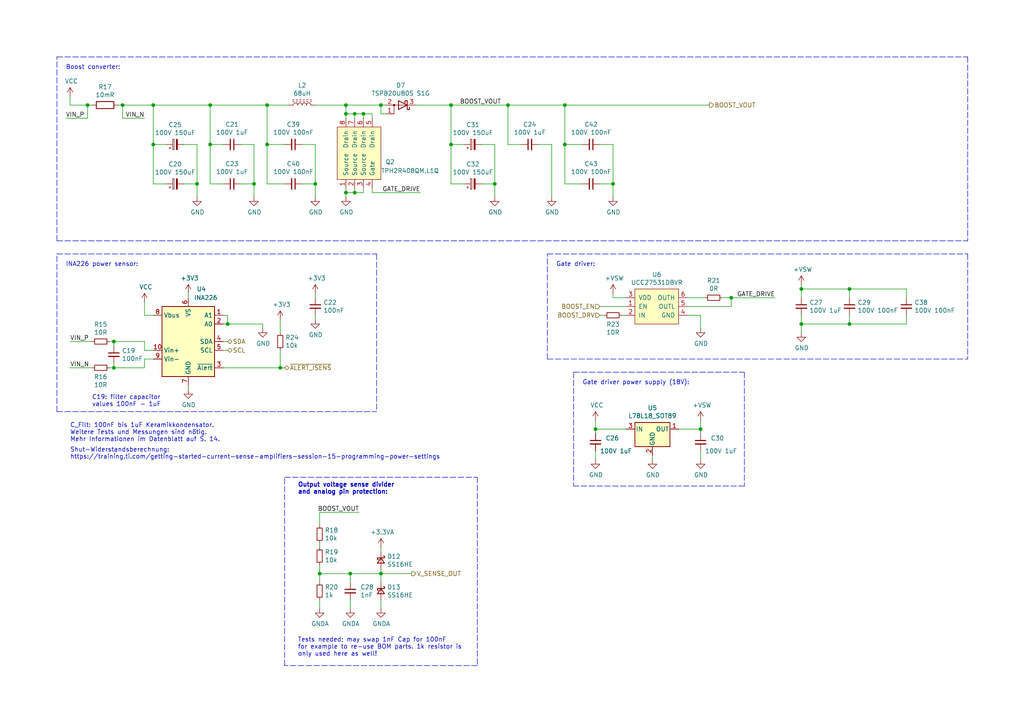
<source format=kicad_sch>
(kicad_sch (version 20211123) (generator eeschema)
  (paper "A4")
  (title_block (title "MPPT") (date "2020-11-16") (rev "Rev 2.1") (comment 1 "Wilhelm Zeuschner") (comment 2 "MPPT Solarboot Team HS Emden"))
  (lib_symbols
    (symbol "Device:CP_Small" (pin_numbers hide) (pin_names (offset 0.254) hide)
      (property "Reference" "C" (at 0.254 1.778 0))
      (property "Value" "Device_CP_Small" (at 0.254 -2.032 0))
      (symbol "CP_Small_0_1"
        (rectangle (start -1.524 -0.3048) (end 1.524 -0.6858) (fill (type outline)))
        (rectangle (start -1.524 0.6858) (end 1.524 0.3048))
        (polyline (pts (xy -1.27 1.524) (xy -0.762 1.524)))
        (polyline (pts (xy -1.016 1.27) (xy -1.016 1.778)))
      )
      (symbol "CP_Small_1_1"
        (pin passive line (at 0 2.54 270) (length 1.8542) (name "~") (number "1"))
        (pin passive line (at 0 -2.54 90) (length 1.8542) (name "~") (number "2"))
      )
    )
    (symbol "Device:C_Small" (pin_numbers hide) (pin_names (offset 0.254) hide)
      (property "Reference" "C" (at 0.254 1.778 0))
      (property "Value" "C_Small" (at 0.254 -2.032 0))
      (symbol "C_Small_0_1"
        (polyline (pts (xy -1.524 -0.508) (xy 1.524 -0.508)) (stroke (width 0.3302)))
        (polyline (pts (xy -1.524 0.508) (xy 1.524 0.508)) (stroke (width 0.3048)))
      )
      (symbol "C_Small_1_1"
        (pin passive line (at 0 2.54 270) (length 2.032) (name "~") (number "1"))
        (pin passive line (at 0 -2.54 90) (length 2.032) (name "~") (number "2"))
      )
    )
    (symbol "Device:D_Schottky_Small" (pin_numbers hide) (pin_names (offset 0.254) hide)
      (property "Reference" "D" (at -1.27 2.032 0))
      (property "Value" "D_Schottky_Small" (at -7.112 -2.032 0))
      (symbol "D_Schottky_Small_0_1"
        (polyline (pts (xy -0.762 0) (xy 0.762 0)))
        (polyline (pts (xy 0.762 -1.016) (xy -0.762 0) (xy 0.762 1.016) (xy 0.762 -1.016)) (stroke (width 0.254)))
        (polyline (pts (xy -1.27 0.762) (xy -1.27 1.016) (xy -0.762 1.016) (xy -0.762 -1.016) (xy -0.254 -1.016) (xy -0.254 -0.762)) (stroke (width 0.254)))
      )
      (symbol "D_Schottky_Small_1_1"
        (pin passive line (at -2.54 0 0) (length 1.778) (name "K") (number "1"))
        (pin passive line (at 2.54 0 180) (length 1.778) (name "A") (number "2"))
      )
    )
    (symbol "Device:R" (pin_numbers hide) (pin_names (offset 0))
      (property "Reference" "R" (at 2.032 0 90))
      (property "Value" "R" (at 0 0 90))
      (symbol "R_0_1"
        (rectangle (start -1.016 -2.54) (end 1.016 2.54) (stroke (width 0.254)))
      )
      (symbol "R_1_1"
        (pin passive line (at 0 3.81 270) (length 1.27) (name "~") (number "1"))
        (pin passive line (at 0 -3.81 90) (length 1.27) (name "~") (number "2"))
      )
    )
    (symbol "Device:R_Small" (pin_numbers hide) (pin_names (offset 0.254) hide)
      (property "Reference" "R" (at 0.762 0.508 0))
      (property "Value" "R_Small" (at 0.762 -1.016 0))
      (symbol "R_Small_0_1"
        (rectangle (start -0.762 1.778) (end 0.762 -1.778) (stroke (width 0.2032)))
      )
      (symbol "R_Small_1_1"
        (pin passive line (at 0 2.54 270) (length 0.762) (name "~") (number "1"))
        (pin passive line (at 0 -2.54 90) (length 0.762) (name "~") (number "2"))
      )
    )
    (symbol "MPPT_Solar_lib:68uH" (pin_numbers hide) (pin_names (offset 1.016) hide)
      (property "Reference" "L" (at 0 -1.27 0))
      (property "Value" "68uH" (at 0 2.794 0))
      (symbol "68uH_0_1"
        (arc (start -1.27 0) (mid -1.905 0.635) (end -2.54 0))
        (arc (start 0 0) (mid -0.635 0.635) (end -1.27 0))
        (polyline (pts (xy -2.794 1.524) (xy -2.286 1.524)))
        (polyline (pts (xy -2.286 1.016) (xy -2.794 1.016)))
        (polyline (pts (xy -1.778 1.524) (xy -1.27 1.524)))
        (polyline (pts (xy -1.27 1.016) (xy -1.778 1.016)))
        (polyline (pts (xy -0.762 1.524) (xy -0.254 1.524)))
        (polyline (pts (xy -0.254 1.016) (xy -0.762 1.016)))
        (polyline (pts (xy 0.254 1.524) (xy 0.762 1.524)))
        (polyline (pts (xy 0.762 1.016) (xy 0.254 1.016)))
        (polyline (pts (xy 1.27 1.524) (xy 1.778 1.524)))
        (polyline (pts (xy 1.778 1.016) (xy 1.27 1.016)))
        (polyline (pts (xy 2.286 1.524) (xy 2.794 1.524)))
        (polyline (pts (xy 2.794 1.016) (xy 2.286 1.016)))
        (arc (start 1.27 0) (mid 0.635 0.635) (end 0 0))
        (arc (start 2.54 0) (mid 1.905 0.635) (end 1.27 0))
      )
      (symbol "68uH_1_1"
        (pin passive line (at -3.81 0 0) (length 1.27) (name "1") (number "1"))
        (pin passive line (at 3.81 0 180) (length 1.27) (name "2") (number "2"))
      )
    )
    (symbol "MPPT_Solar_lib:INA226"
      (property "Reference" "U" (at -6.35 11.43 0))
      (property "Value" "INA226" (at 3.81 11.43 0))
      (symbol "INA226_0_1"
        (rectangle (start 7.62 10.16) (end -7.62 -10.16) (stroke (width 0.254)) (fill (type background)))
      )
      (symbol "INA226_1_1"
        (pin input line (at 10.16 7.62 180) (length 2.54) (name "A1") (number "1"))
        (pin input line (at -10.16 -2.54 0) (length 2.54) (name "Vin+") (number "10"))
        (pin input line (at 10.16 5.08 180) (length 2.54) (name "A0") (number "2"))
        (pin open_collector line (at 10.16 -7.62 180) (length 2.54) (name "~{Alert}") (number "3"))
        (pin bidirectional line (at 10.16 0 180) (length 2.54) (name "SDA") (number "4"))
        (pin input line (at 10.16 -2.54 180) (length 2.54) (name "SCL") (number "5"))
        (pin power_in line (at 0 12.7 270) (length 2.54) (name "VS") (number "6"))
        (pin power_in line (at 0 -12.7 90) (length 2.54) (name "GND") (number "7"))
        (pin input line (at -10.16 7.62 0) (length 2.54) (name "Vbus") (number "8"))
        (pin input line (at -10.16 -5.08 0) (length 2.54) (name "Vin-") (number "9"))
      )
    )
    (symbol "MPPT_Solar_lib:TPH2R608NH" (pin_names (offset 1.016))
      (property "Reference" "Q" (at 0 8.89 0))
      (property "Value" "TPH2R608NH" (at -1.27 -8.89 0))
      (symbol "TPH2R608NH_0_1"
        (rectangle (start -7.62 6.35) (end 7.62 -6.35) (fill (type background)))
      )
      (symbol "TPH2R608NH_1_1"
        (pin input line (at -10.16 3.81 0) (length 2.54) (name "Source") (number "1"))
        (pin input line (at -10.16 1.27 0) (length 2.54) (name "Source") (number "2"))
        (pin input line (at -10.16 -1.27 0) (length 2.54) (name "Source") (number "3"))
        (pin input line (at -10.16 -3.81 0) (length 2.54) (name "Gate") (number "4"))
        (pin input line (at 10.16 -3.81 180) (length 2.54) (name "Drain") (number "5"))
        (pin input line (at 10.16 -1.27 180) (length 2.54) (name "Drain") (number "6"))
        (pin input line (at 10.16 1.27 180) (length 2.54) (name "Drain") (number "7"))
        (pin input line (at 10.16 3.81 180) (length 2.54) (name "Drain") (number "8"))
      )
    )
    (symbol "MPPT_Solar_lib:UCC27531DBVR" (pin_names (offset 1.016))
      (property "Reference" "U" (at 0 8.89 0))
      (property "Value" "UCC27531DBVR" (at 0 6.35 0))
      (symbol "UCC27531DBVR_0_1"
        (rectangle (start -6.35 5.08) (end 6.35 -5.08) (fill (type background)))
      )
      (symbol "UCC27531DBVR_1_1"
        (pin input line (at -8.89 0 0) (length 2.54) (name "EN") (number "1"))
        (pin input line (at -8.89 -2.54 0) (length 2.54) (name "IN") (number "2"))
        (pin power_in line (at -8.89 2.54 0) (length 2.54) (name "VDD") (number "3"))
        (pin power_in line (at 8.89 -2.54 180) (length 2.54) (name "GND") (number "4"))
        (pin output line (at 8.89 0 180) (length 2.54) (name "OUTL") (number "5"))
        (pin output line (at 8.89 2.54 180) (length 2.54) (name "OUTH") (number "6"))
      )
    )
    (symbol "MPPT_Solar_lib:V15P8HM3_A_H" (pin_names (offset 0) hide)
      (property "Reference" "D" (at 0 2.54 0))
      (property "Value" "V15P8HM3_A_H" (at 0 -2.54 0))
      (symbol "V15P8HM3_A_H_0_1"
        (polyline (pts (xy 1.27 1.27) (xy 1.27 -1.27) (xy -1.27 0) (xy 1.27 1.27)) (stroke (width 0.254)))
        (polyline (pts (xy 3.81 2.54) (xy 2.54 2.54) (xy 2.54 0) (xy -1.27 0)))
        (polyline (pts (xy -1.905 0.635) (xy -1.905 1.27) (xy -1.27 1.27) (xy -1.27 -1.27) (xy -0.635 -1.27) (xy -0.635 -0.635)) (stroke (width 0.254)))
        (circle (center 2.54 0) (radius 0.254) (fill (type outline)))
      )
      (symbol "V15P8HM3_A_H_1_1"
        (pin passive line (at 5.08 2.54 180) (length 2.54) (name "A") (number "1"))
        (pin passive line (at 5.08 0 180) (length 2.54) (name "A") (number "2"))
        (pin passive line (at -3.81 0 0) (length 2.54) (name "K") (number "3"))
      )
    )
    (symbol "Regulator_Linear:L78L18_SOT89" (pin_names (offset 0.254))
      (property "Reference" "U" (at -3.81 3.175 0))
      (property "Value" "L78L18_SOT89" (at -0.635 3.175 0))
      (symbol "L78L18_SOT89_0_1"
        (rectangle (start -5.08 1.905) (end 5.08 -5.08) (stroke (width 0.254)) (fill (type background)))
      )
      (symbol "L78L18_SOT89_1_1"
        (pin power_out line (at 7.62 0 180) (length 2.54) (name "OUT") (number "1"))
        (pin power_in line (at 0 -7.62 90) (length 2.54) (name "GND") (number "2"))
        (pin power_in line (at -7.62 0 0) (length 2.54) (name "IN") (number "3"))
      )
    )
    (symbol "power:+3.3V" (power) (pin_names (offset 0))
      (property "Value" "+3.3V" (at 0 3.556 0))
      (symbol "+3.3V_0_1"
        (polyline (pts (xy -0.762 1.27) (xy 0 2.54)))
        (polyline (pts (xy 0 0) (xy 0 2.54)))
        (polyline (pts (xy 0 2.54) (xy 0.762 1.27)))
      )
      (symbol "+3.3V_1_1"
        (pin power_in line (at 0 0 90) (length 0) hide (name "+3V3") (number "1"))
      )
    )
    (symbol "power:+3.3VA" (power) (pin_names (offset 0))
      (property "Value" "+3.3VA" (at 0 3.556 0))
      (symbol "+3.3VA_0_1"
        (polyline (pts (xy -0.762 1.27) (xy 0 2.54)))
        (polyline (pts (xy 0 0) (xy 0 2.54)))
        (polyline (pts (xy 0 2.54) (xy 0.762 1.27)))
      )
      (symbol "+3.3VA_1_1"
        (pin power_in line (at 0 0 90) (length 0) hide (name "+3.3VA") (number "1"))
      )
    )
    (symbol "power:+VSW" (power) (pin_names (offset 0))
      (property "Value" "+VSW" (at 0 3.556 0))
      (symbol "+VSW_0_1"
        (polyline (pts (xy -0.762 1.27) (xy 0 2.54)))
        (polyline (pts (xy 0 0) (xy 0 2.54)))
        (polyline (pts (xy 0 2.54) (xy 0.762 1.27)))
      )
      (symbol "+VSW_1_1"
        (pin power_in line (at 0 0 90) (length 0) hide (name "+VSW") (number "1"))
      )
    )
    (symbol "power:GND" (power) (pin_names (offset 0))
      (property "Value" "GND" (at 0 -3.81 0))
      (symbol "GND_0_1"
        (polyline (pts (xy 0 0) (xy 0 -1.27) (xy 1.27 -1.27) (xy 0 -2.54) (xy -1.27 -1.27) (xy 0 -1.27)))
      )
      (symbol "GND_1_1"
        (pin power_in line (at 0 0 270) (length 0) hide (name "GND") (number "1"))
      )
    )
    (symbol "power:GNDA" (power) (pin_names (offset 0))
      (property "Value" "GNDA" (at 0 -3.81 0))
      (symbol "GNDA_0_1"
        (polyline (pts (xy 0 0) (xy 0 -1.27) (xy 1.27 -1.27) (xy 0 -2.54) (xy -1.27 -1.27) (xy 0 -1.27)))
      )
      (symbol "GNDA_1_1"
        (pin power_in line (at 0 0 270) (length 0) hide (name "GNDA") (number "1"))
      )
    )
    (symbol "power:VCC" (power) (pin_names (offset 0))
      (property "Value" "VCC" (at 0 3.81 0))
      (symbol "VCC_0_1"
        (polyline (pts (xy -0.762 1.27) (xy 0 2.54)))
        (polyline (pts (xy 0 0) (xy 0 2.54)))
        (polyline (pts (xy 0 2.54) (xy 0.762 1.27)))
      )
      (symbol "VCC_1_1"
        (pin power_in line (at 0 0 90) (length 0) hide (name "VCC") (number "1"))
      )
    )
  )
  (junction (at 130.81 30.48))
  (junction (at 44.45 30.48))
  (junction (at 73.66 53.34))
  (junction (at 60.96 30.48))
  (junction (at 172.72 124.46))
  (junction (at 163.83 30.48))
  (junction (at 147.32 30.48))
  (junction (at 100.33 33.02))
  (junction (at 246.38 83.82))
  (junction (at 130.81 41.91))
  (junction (at 57.15 53.34))
  (junction (at 33.02 106.68))
  (junction (at 25.4 30.48))
  (junction (at 203.2 124.46))
  (junction (at 44.45 41.91))
  (junction (at 246.38 93.98))
  (junction (at 81.28 106.68))
  (junction (at 110.49 166.37))
  (junction (at 110.49 30.48))
  (junction (at 33.02 99.06))
  (junction (at 232.41 93.98))
  (junction (at 105.41 33.02))
  (junction (at 66.04 93.98))
  (junction (at 212.09 86.36))
  (junction (at 100.33 30.48))
  (junction (at 102.87 33.02))
  (junction (at 77.47 41.91))
  (junction (at 35.56 30.48))
  (junction (at 102.87 55.88))
  (junction (at 177.8 53.34))
  (junction (at 60.96 41.91))
  (junction (at 92.71 166.37))
  (junction (at 232.41 83.82))
  (junction (at 77.47 30.48))
  (junction (at 91.44 53.34))
  (junction (at 143.51 53.34))
  (junction (at 100.33 55.88))
  (junction (at 163.83 41.91))
  (junction (at 101.6 166.37))
  (polyline (pts (xy 16.51 119.38) (xy 109.22 119.38)))
  (wire (pts (xy 110.49 165.1) (xy 110.49 166.37)))
  (wire (pts (xy 199.39 88.9) (xy 212.09 88.9)))
  (wire (pts (xy 110.49 166.37) (xy 110.49 168.91)))
  (wire (pts (xy 102.87 34.29) (xy 102.87 33.02)))
  (polyline (pts (xy 158.75 73.66) (xy 280.67 73.66)))
  (wire (pts (xy 82.55 41.91) (xy 77.47 41.91)))
  (wire (pts (xy 212.09 86.36) (xy 224.79 86.36)))
  (wire (pts (xy 173.99 88.9) (xy 181.61 88.9)))
  (wire (pts (xy 64.77 91.44) (xy 66.04 91.44)))
  (wire (pts (xy 100.33 55.88) (xy 100.33 54.61)))
  (wire (pts (xy 57.15 53.34) (xy 57.15 57.15)))
  (wire (pts (xy 160.02 41.91) (xy 160.02 57.15)))
  (wire (pts (xy 143.51 53.34) (xy 139.7 53.34)))
  (wire (pts (xy 101.6 173.99) (xy 101.6 176.53)))
  (wire (pts (xy 20.32 27.94) (xy 20.32 30.48)))
  (wire (pts (xy 82.55 53.34) (xy 77.47 53.34)))
  (wire (pts (xy 54.61 113.03) (xy 54.61 111.76)))
  (wire (pts (xy 48.26 41.91) (xy 44.45 41.91)))
  (wire (pts (xy 100.33 30.48) (xy 110.49 30.48)))
  (wire (pts (xy 143.51 41.91) (xy 143.51 53.34)))
  (polyline (pts (xy 280.67 73.66) (xy 280.67 104.14)))
  (wire (pts (xy 163.83 30.48) (xy 205.74 30.48)))
  (wire (pts (xy 203.2 133.35) (xy 203.2 130.81)))
  (wire (pts (xy 73.66 53.34) (xy 73.66 57.15)))
  (wire (pts (xy 64.77 93.98) (xy 66.04 93.98)))
  (polyline (pts (xy 16.51 16.51) (xy 280.67 16.51)))
  (wire (pts (xy 91.44 41.91) (xy 91.44 53.34)))
  (wire (pts (xy 41.91 101.6) (xy 44.45 101.6)))
  (wire (pts (xy 168.91 53.34) (xy 163.83 53.34)))
  (wire (pts (xy 130.81 30.48) (xy 147.32 30.48)))
  (polyline (pts (xy 138.43 138.43) (xy 138.43 193.04)))
  (wire (pts (xy 107.95 55.88) (xy 107.95 54.61)))
  (wire (pts (xy 41.91 106.68) (xy 33.02 106.68)))
  (polyline (pts (xy 280.67 16.51) (xy 280.67 69.85)))
  (wire (pts (xy 130.81 53.34) (xy 134.62 53.34)))
  (wire (pts (xy 33.02 99.06) (xy 33.02 100.33)))
  (wire (pts (xy 57.15 53.34) (xy 53.34 53.34)))
  (wire (pts (xy 110.49 30.48) (xy 111.76 30.48)))
  (wire (pts (xy 172.72 124.46) (xy 181.61 124.46)))
  (wire (pts (xy 77.47 53.34) (xy 77.47 41.91)))
  (wire (pts (xy 232.41 82.55) (xy 232.41 83.82)))
  (polyline (pts (xy 82.55 138.43) (xy 138.43 138.43)))
  (wire (pts (xy 60.96 41.91) (xy 60.96 30.48)))
  (wire (pts (xy 173.99 41.91) (xy 177.8 41.91)))
  (wire (pts (xy 173.99 91.44) (xy 175.26 91.44)))
  (wire (pts (xy 177.8 53.34) (xy 173.99 53.34)))
  (wire (pts (xy 60.96 30.48) (xy 77.47 30.48)))
  (wire (pts (xy 232.41 83.82) (xy 246.38 83.82)))
  (wire (pts (xy 212.09 88.9) (xy 212.09 86.36)))
  (wire (pts (xy 105.41 33.02) (xy 107.95 33.02)))
  (wire (pts (xy 105.41 34.29) (xy 105.41 33.02)))
  (wire (pts (xy 172.72 121.92) (xy 172.72 124.46)))
  (polyline (pts (xy 16.51 73.66) (xy 109.22 73.66)))
  (wire (pts (xy 41.91 104.14) (xy 41.91 106.68)))
  (wire (pts (xy 101.6 166.37) (xy 110.49 166.37)))
  (wire (pts (xy 102.87 33.02) (xy 105.41 33.02)))
  (polyline (pts (xy 16.51 69.85) (xy 16.51 16.51)))
  (wire (pts (xy 203.2 121.92) (xy 203.2 124.46)))
  (wire (pts (xy 53.34 41.91) (xy 57.15 41.91)))
  (wire (pts (xy 31.75 106.68) (xy 33.02 106.68)))
  (wire (pts (xy 172.72 125.73) (xy 172.72 124.46)))
  (wire (pts (xy 172.72 133.35) (xy 172.72 130.81)))
  (wire (pts (xy 66.04 93.98) (xy 76.2 93.98)))
  (polyline (pts (xy 158.75 104.14) (xy 158.75 73.66)))
  (wire (pts (xy 151.13 41.91) (xy 147.32 41.91)))
  (wire (pts (xy 92.71 163.83) (xy 92.71 166.37)))
  (wire (pts (xy 262.89 83.82) (xy 262.89 86.36)))
  (polyline (pts (xy 166.37 107.95) (xy 215.9 107.95)))
  (polyline (pts (xy 16.51 119.38) (xy 16.51 73.66)))
  (wire (pts (xy 110.49 176.53) (xy 110.49 173.99)))
  (wire (pts (xy 196.85 124.46) (xy 203.2 124.46)))
  (wire (pts (xy 31.75 99.06) (xy 33.02 99.06)))
  (wire (pts (xy 64.77 41.91) (xy 60.96 41.91)))
  (wire (pts (xy 104.14 148.59) (xy 92.71 148.59)))
  (wire (pts (xy 147.32 41.91) (xy 147.32 30.48)))
  (wire (pts (xy 34.29 30.48) (xy 35.56 30.48)))
  (wire (pts (xy 143.51 53.34) (xy 143.51 57.15)))
  (wire (pts (xy 77.47 30.48) (xy 83.82 30.48)))
  (wire (pts (xy 44.45 104.14) (xy 41.91 104.14)))
  (wire (pts (xy 44.45 30.48) (xy 60.96 30.48)))
  (wire (pts (xy 120.65 30.48) (xy 130.81 30.48)))
  (polyline (pts (xy 166.37 107.95) (xy 166.37 140.97)))
  (wire (pts (xy 81.28 92.71) (xy 81.28 96.52)))
  (wire (pts (xy 203.2 91.44) (xy 203.2 95.25)))
  (wire (pts (xy 60.96 41.91) (xy 60.96 53.34)))
  (wire (pts (xy 77.47 41.91) (xy 77.47 30.48)))
  (wire (pts (xy 204.47 86.36) (xy 199.39 86.36)))
  (wire (pts (xy 25.4 30.48) (xy 25.4 34.29)))
  (wire (pts (xy 102.87 55.88) (xy 102.87 54.61)))
  (wire (pts (xy 92.71 158.75) (xy 92.71 157.48)))
  (polyline (pts (xy 109.22 73.66) (xy 109.22 119.38)))
  (wire (pts (xy 41.91 91.44) (xy 44.45 91.44)))
  (wire (pts (xy 20.32 106.68) (xy 26.67 106.68)))
  (wire (pts (xy 232.41 83.82) (xy 232.41 86.36)))
  (wire (pts (xy 232.41 93.98) (xy 232.41 96.52)))
  (wire (pts (xy 41.91 87.63) (xy 41.91 91.44)))
  (wire (pts (xy 92.71 166.37) (xy 92.71 168.91)))
  (wire (pts (xy 110.49 158.75) (xy 110.49 160.02)))
  (wire (pts (xy 91.44 53.34) (xy 91.44 57.15)))
  (wire (pts (xy 232.41 91.44) (xy 232.41 93.98)))
  (wire (pts (xy 19.05 34.29) (xy 25.4 34.29)))
  (wire (pts (xy 54.61 85.09) (xy 54.61 86.36)))
  (wire (pts (xy 130.81 41.91) (xy 130.81 30.48)))
  (polyline (pts (xy 215.9 107.95) (xy 215.9 140.97)))
  (wire (pts (xy 102.87 55.88) (xy 105.41 55.88)))
  (wire (pts (xy 168.91 41.91) (xy 163.83 41.91)))
  (wire (pts (xy 100.33 33.02) (xy 100.33 30.48)))
  (wire (pts (xy 41.91 34.29) (xy 35.56 34.29)))
  (wire (pts (xy 20.32 30.48) (xy 25.4 30.48)))
  (wire (pts (xy 212.09 86.36) (xy 209.55 86.36)))
  (wire (pts (xy 100.33 57.15) (xy 100.33 55.88)))
  (wire (pts (xy 111.76 33.02) (xy 110.49 33.02)))
  (polyline (pts (xy 215.9 140.97) (xy 166.37 140.97)))
  (wire (pts (xy 246.38 83.82) (xy 262.89 83.82)))
  (wire (pts (xy 105.41 55.88) (xy 105.41 54.61)))
  (wire (pts (xy 203.2 124.46) (xy 203.2 125.73)))
  (wire (pts (xy 64.77 106.68) (xy 81.28 106.68)))
  (wire (pts (xy 246.38 83.82) (xy 246.38 86.36)))
  (wire (pts (xy 91.44 30.48) (xy 100.33 30.48)))
  (wire (pts (xy 73.66 41.91) (xy 73.66 53.34)))
  (wire (pts (xy 177.8 53.34) (xy 177.8 57.15)))
  (wire (pts (xy 100.33 34.29) (xy 100.33 33.02)))
  (wire (pts (xy 100.33 55.88) (xy 102.87 55.88)))
  (wire (pts (xy 246.38 93.98) (xy 246.38 91.44)))
  (wire (pts (xy 87.63 41.91) (xy 91.44 41.91)))
  (wire (pts (xy 92.71 166.37) (xy 101.6 166.37)))
  (wire (pts (xy 35.56 30.48) (xy 44.45 30.48)))
  (wire (pts (xy 110.49 166.37) (xy 119.38 166.37)))
  (wire (pts (xy 110.49 33.02) (xy 110.49 30.48)))
  (wire (pts (xy 35.56 34.29) (xy 35.56 30.48)))
  (wire (pts (xy 44.45 41.91) (xy 44.45 30.48)))
  (wire (pts (xy 81.28 106.68) (xy 82.55 106.68)))
  (wire (pts (xy 64.77 99.06) (xy 66.04 99.06)))
  (wire (pts (xy 130.81 41.91) (xy 130.81 53.34)))
  (polyline (pts (xy 82.55 193.04) (xy 82.55 138.43)))
  (wire (pts (xy 189.23 133.35) (xy 189.23 132.08)))
  (wire (pts (xy 100.33 33.02) (xy 102.87 33.02)))
  (wire (pts (xy 177.8 86.36) (xy 181.61 86.36)))
  (wire (pts (xy 81.28 101.6) (xy 81.28 106.68)))
  (wire (pts (xy 44.45 53.34) (xy 48.26 53.34)))
  (polyline (pts (xy 16.51 69.85) (xy 280.67 69.85)))
  (wire (pts (xy 101.6 166.37) (xy 101.6 168.91)))
  (wire (pts (xy 33.02 106.68) (xy 33.02 105.41)))
  (wire (pts (xy 139.7 41.91) (xy 143.51 41.91)))
  (wire (pts (xy 44.45 41.91) (xy 44.45 53.34)))
  (wire (pts (xy 107.95 33.02) (xy 107.95 34.29)))
  (wire (pts (xy 91.44 53.34) (xy 87.63 53.34)))
  (wire (pts (xy 25.4 30.48) (xy 26.67 30.48)))
  (wire (pts (xy 134.62 41.91) (xy 130.81 41.91)))
  (wire (pts (xy 66.04 91.44) (xy 66.04 93.98)))
  (wire (pts (xy 180.34 91.44) (xy 181.61 91.44)))
  (wire (pts (xy 199.39 91.44) (xy 203.2 91.44)))
  (polyline (pts (xy 138.43 193.04) (xy 82.55 193.04)))
  (wire (pts (xy 76.2 93.98) (xy 76.2 95.25)))
  (wire (pts (xy 121.92 55.88) (xy 107.95 55.88)))
  (wire (pts (xy 73.66 53.34) (xy 69.85 53.34)))
  (wire (pts (xy 246.38 93.98) (xy 262.89 93.98)))
  (wire (pts (xy 92.71 173.99) (xy 92.71 176.53)))
  (wire (pts (xy 262.89 93.98) (xy 262.89 91.44)))
  (wire (pts (xy 163.83 41.91) (xy 163.83 30.48)))
  (wire (pts (xy 92.71 148.59) (xy 92.71 152.4)))
  (wire (pts (xy 91.44 85.09) (xy 91.44 86.36)))
  (polyline (pts (xy 158.75 104.14) (xy 280.67 104.14)))
  (wire (pts (xy 60.96 53.34) (xy 64.77 53.34)))
  (wire (pts (xy 232.41 93.98) (xy 246.38 93.98)))
  (wire (pts (xy 41.91 99.06) (xy 41.91 101.6)))
  (wire (pts (xy 66.04 101.6) (xy 64.77 101.6)))
  (wire (pts (xy 33.02 99.06) (xy 41.91 99.06)))
  (wire (pts (xy 177.8 85.09) (xy 177.8 86.36)))
  (wire (pts (xy 91.44 92.71) (xy 91.44 91.44)))
  (wire (pts (xy 69.85 41.91) (xy 73.66 41.91)))
  (wire (pts (xy 20.32 99.06) (xy 26.67 99.06)))
  (wire (pts (xy 57.15 41.91) (xy 57.15 53.34)))
  (wire (pts (xy 177.8 41.91) (xy 177.8 53.34)))
  (wire (pts (xy 147.32 30.48) (xy 163.83 30.48)))
  (wire (pts (xy 156.21 41.91) (xy 160.02 41.91)))
  (wire (pts (xy 163.83 53.34) (xy 163.83 41.91)))
  (text "Output voltage sense divider\nand analog pin protection:" (at 86.36 143.51 0) (effects (font (size 1.27 1.27) (thickness 0.254) bold) (justify left bottom)))
  (text "C19: filter capacitor\nvalues 100nF - 1uF" (at 26.67 118.11 0) (effects (font (size 1.27 1.27)) (justify left bottom)))
  (text "Boost converter:" (at 19.05 20.32 0) (effects (font (size 1.27 1.27)) (justify left bottom)))
  (text "~" (at 68.58 102.87 0) (effects (font (size 1.27 1.27)) (justify left bottom)))
  (text "Shut-Widerstandsberechnung:\nhttps://training.ti.com/getting-started-current-sense-amplifiers-session-15-programming-power-settings" (at 20.32 133.35 0) (effects (font (size 1.27 1.27)) (justify left bottom)))
  (text "Gate driver:" (at 161.29 77.47 0) (effects (font (size 1.27 1.27)) (justify left bottom)))
  (text "Gate driver power supply (18V):" (at 168.91 111.76 0) (effects (font (size 1.27 1.27)) (justify left bottom)))
  (text "Tests needed; may swap 1nF Cap for 100nF\nfor example to re-use BOM parts. 1k resistor is\nonly used here as well!" (at 86.36 190.5 0) (effects (font (size 1.27 1.27)) (justify left bottom)))
  (text "INA226 power sensor:" (at 19.05 77.47 0) (effects (font (size 1.27 1.27)) (justify left bottom)))
  (text "C_Filt: 100nF bis 1uF Keramikkondensator.\nWeitere Tests und Messungen sind nötig.\nMehr Informationen im Datenblatt auf S. 14." (at 20.32 128.27 0) (effects (font (size 1.27 1.27)) (justify left bottom)))
  (label "VIN_P" (at 20.32 99.06 0))
  (label "GATE_DRIVE" (at 224.79 86.36 180))
  (label "VIN_N" (at 41.91 34.29 180))
  (label "GATE_DRIVE" (at 121.92 55.88 180))
  (label "VIN_N" (at 20.32 106.68 0))
  (label "VIN_P" (at 19.05 34.29 0))
  (label "BOOST_VOUT" (at 133.35 30.48 0))
  (label "BOOST_VOUT" (at 104.14 148.59 180))
  (hierarchical_label "BOOST_DRV" (shape input) (at 173.99 91.44 180))
  (hierarchical_label "SDA" (shape bidirectional) (at 66.04 99.06 0))
  (hierarchical_label "~{ALERT_ISENS}" (shape bidirectional) (at 82.55 106.68 0))
  (hierarchical_label "V_SENSE_OUT" (shape output) (at 119.38 166.37 0))
  (hierarchical_label "SCL" (shape bidirectional) (at 66.04 101.6 0))
  (hierarchical_label "BOOST_VOUT" (shape output) (at 205.74 30.48 0))
  (hierarchical_label "BOOST_EN" (shape input) (at 173.99 88.9 180))
  (symbol (lib_id "MPPT_Solar_lib:68uH") (at 87.63 30.48 0) (unit 1)
    (property "Reference" "L2" (at 87.63 24.765 0))
    (property "Value" "68uH" (at 87.63 27.0764 0))
    (property "Footprint" "MPPT_Solar_KiCAD:74437429203680" (effects hide))
    (property "Datasheet" "https://www.digikey.de/products/en?keywords=74437429203680" (effects hide))
    (property "Manufacturer Part Number" "74437429203680" (effects hide))
    (property "Digikey Part No" "732-11708-ND" (effects hide))
  )
  (symbol (lib_id "Device:R_Small") (at 92.71 154.94 180) (unit 1)
    (property "Reference" "R18" (at 94.2086 153.7716 0) (effects (justify right)))
    (property "Value" "10k" (at 94.2086 156.083 0) (effects (justify right)))
    (property "Footprint" "Resistor_SMD:R_0603_1608Metric" (effects hide))
    (property "Datasheet" "https://www.mouser.de/ProductDetail/Yageo/RC0603FR-0710KL?qs=sGAEpiMZZMvdGkrng054t%252BZQNaZdkHZDFRS%252Bk3sHilE%3D" (effects hide))
    (property "Manufacturer Part Number" "RC0603FR-0710KL" (effects hide))
    (property "Digikey Part No" "311-10.0KHRCT-ND" (effects hide))
  )
  (symbol (lib_id "Device:R_Small") (at 92.71 161.29 180) (unit 1)
    (property "Reference" "R19" (at 94.2086 160.1216 0) (effects (justify right)))
    (property "Value" "10k" (at 94.2086 162.433 0) (effects (justify right)))
    (property "Footprint" "Resistor_SMD:R_0603_1608Metric" (effects hide))
    (property "Datasheet" "https://www.mouser.de/ProductDetail/Yageo/RC0603FR-0710KL?qs=sGAEpiMZZMvdGkrng054t%252BZQNaZdkHZDFRS%252Bk3sHilE%3D" (effects hide))
    (property "Manufacturer Part Number" "RC0603FR-0710KL" (effects hide))
    (property "Digikey Part No" "311-10.0KHRCT-ND" (effects hide))
  )
  (symbol (lib_id "MPPT_Solar_lib:V15P8HM3_A_H") (at 116.84 30.48 180) (unit 1)
    (property "Reference" "D7" (at 116.205 24.765 0))
    (property "Value" "TSPB20U80S S1G" (at 116.205 27.0764 0))
    (property "Footprint" "Package_TO_SOT_SMD:TO-277A" (effects hide))
    (property "Datasheet" "https://www.digikey.de/product-detail/en/taiwan-semiconductor-corporation/TSPB20U80S-S1G/TSPB20U80SS1GCT-ND/7360696" (effects hide))
    (property "Manufacturer Part Number" "TSPB20U80S S1G" (effects hide))
    (property "Digikey Part No" "TSPB20U80SS1GCT-ND" (effects hide))
  )
  (symbol (lib_id "MPPT_Solar_lib:TPH2R608NH") (at 104.14 44.45 90) (unit 1)
    (property "Reference" "Q2" (at 111.76 46.99 90) (effects (justify right)))
    (property "Value" "TPH2R408QM,L1Q" (at 110.49 49.53 90) (effects (justify right)))
    (property "Footprint" "MPPT_Solar_KiCAD:SOP_ADVANCE" (effects hide))
    (property "Datasheet" "https://www.digikey.de/product-detail/en/toshiba-semiconductor-and-storage/TPH2R408QM-L1Q/264-TPH2R408QML1QCT-ND/11658238" (effects hide))
    (property "Digikey Part No" "264-TPH2R408QML1QCT-ND" (effects hide))
    (property "Manufacturer Part Number" "TPH2R408QM,L1Q" (effects hide))
  )
  (symbol (lib_id "Device:C_Small") (at 153.67 41.91 90) (unit 1)
    (property "Reference" "C24" (at 153.67 36.0934 90))
    (property "Value" "100V 1uF" (at 153.67 38.4048 90))
    (property "Footprint" "Capacitor_SMD:C_1206_3216Metric" (effects hide))
    (property "Datasheet" "https://www.digikey.ch/product-detail/en/taiyo-yuden/HMK316BJ105KL-T/587-5021-1-ND/6563864" (effects hide))
    (property "Manufacturer Part Number" "HMK316BJ105KL-T" (effects hide))
    (property "Digikey Part No" "587-5021-1-ND" (effects hide))
  )
  (symbol (lib_id "Device:C_Small") (at 67.31 53.34 90) (unit 1)
    (property "Reference" "C23" (at 67.31 47.5234 90))
    (property "Value" "100V 1uF" (at 67.31 49.8348 90))
    (property "Footprint" "Capacitor_SMD:C_1206_3216Metric" (effects hide))
    (property "Datasheet" "https://www.digikey.ch/product-detail/en/taiyo-yuden/HMK316BJ105KL-T/587-5021-1-ND/6563864" (effects hide))
    (property "Manufacturer Part Number" "HMK316BJ105KL-T" (effects hide))
    (property "Digikey Part No" "587-5021-1-ND" (effects hide))
  )
  (symbol (lib_id "Device:C_Small") (at 67.31 41.91 270) (unit 1)
    (property "Reference" "C21" (at 67.31 36.0934 90))
    (property "Value" "100V 1uF" (at 67.31 38.4048 90))
    (property "Footprint" "Capacitor_SMD:C_1206_3216Metric" (effects hide))
    (property "Datasheet" "https://www.digikey.ch/product-detail/en/taiyo-yuden/HMK316BJ105KL-T/587-5021-1-ND/6563864" (effects hide))
    (property "Manufacturer Part Number" "HMK316BJ105KL-T" (effects hide))
    (property "Digikey Part No" "587-5021-1-ND" (effects hide))
  )
  (symbol (lib_id "Device:CP_Small") (at 50.8 53.34 90) (unit 1)
    (property "Reference" "C20" (at 50.8 47.625 90))
    (property "Value" "100V 150uF" (at 50.8 49.9364 90))
    (property "Footprint" "MPPT_Solar_KiCAD:CAPAE1300X1650N" (effects hide))
    (property "Datasheet" "https://www.digikey.de/product-detail/en/united-chemi-con/EMHS800GRA241MKG5S/565-5090-1-ND/8558344" (effects hide))
    (property "Manufacturer Part Number" "EMHS101ARA151MKG5S" (effects hide))
    (property "Digikey Part No" "565-5086-1-ND" (effects hide))
  )
  (symbol (lib_id "Device:R_Small") (at 92.71 171.45 0) (unit 1)
    (property "Reference" "R20" (at 94.2086 170.2816 0) (effects (justify left)))
    (property "Value" "1k" (at 94.2086 172.593 0) (effects (justify left)))
    (property "Footprint" "Resistor_SMD:R_0603_1608Metric" (effects hide))
    (property "Datasheet" "https://www.mouser.de/ProductDetail/Vishay-Dale/CRCW06031K00FKEAC?qs=sGAEpiMZZMvdGkrng054t0DrEhLhGh8g1B5lDmmPZz5NoSHbyVr1tg%3D%3D" (effects hide))
    (property "Manufacturer Part Number" "CRCW06031K00FKEAC" (effects hide))
    (property "Digikey Part No" "541-3949-1-ND" (effects hide))
  )
  (symbol (lib_id "MPPT_Solar_lib:UCC27531DBVR") (at 190.5 88.9 0) (unit 1)
    (property "Reference" "U6" (at 190.5 79.629 0))
    (property "Value" "UCC27531DBVR" (at 190.5 81.9404 0))
    (property "Footprint" "Package_TO_SOT_SMD:SOT-23-6" (effects hide))
    (property "Datasheet" "https://www.digikey.de/product-detail/en/texas-instruments/UCC27531DBVR/296-35581-1-ND/3830022" (effects hide))
    (property "Manufacturer Part Number" "UCC27531DBVR" (effects hide))
    (property "Digikey Part No" "296-35581-1-ND" (effects hide))
  )
  (symbol (lib_id "Device:R_Small") (at 207.01 86.36 270) (unit 1)
    (property "Reference" "R21" (at 207.01 81.3816 90))
    (property "Value" "0R" (at 207.01 83.693 90))
    (property "Footprint" "Resistor_SMD:R_0603_1608Metric" (effects hide))
    (property "Datasheet" "https://www.digikey.de/product-detail/en/yageo/RC0603FR-070RL/311-0-0HRCT-ND/4340584" (effects hide))
    (property "Digikey Part No" "311-0.0HRCT-ND" (effects hide))
    (property "Manufacturer Part Number" "RC0603FR-070RL" (effects hide))
  )
  (symbol (lib_id "power:GND") (at 203.2 95.25 0) (unit 1)
    (property "Reference" "#PWR062" (effects hide))
    (property "Value" "GND" (at 203.327 99.6442 0))
  )
  (symbol (lib_id "power:GND") (at 73.66 57.15 0) (unit 1)
    (property "Reference" "#PWR045" (effects hide))
    (property "Value" "GND" (at 73.787 61.5442 0))
  )
  (symbol (lib_id "power:GND") (at 57.15 57.15 0) (unit 1)
    (property "Reference" "#PWR049" (effects hide))
    (property "Value" "GND" (at 57.277 61.5442 0))
  )
  (symbol (lib_id "power:GND") (at 100.33 57.15 0) (unit 1)
    (property "Reference" "#PWR050" (effects hide))
    (property "Value" "GND" (at 100.457 61.5442 0))
  )
  (symbol (lib_id "Device:C_Small") (at 232.41 88.9 0) (unit 1)
    (property "Reference" "C27" (at 234.7468 87.7316 0) (effects (justify left)))
    (property "Value" "100V 1uF" (at 234.7468 90.043 0) (effects (justify left)))
    (property "Footprint" "Capacitor_SMD:C_1206_3216Metric" (effects hide))
    (property "Datasheet" "https://www.digikey.ch/product-detail/en/taiyo-yuden/HMK316BJ105KL-T/587-5021-1-ND/6563864" (effects hide))
    (property "Manufacturer Part Number" "HMK316BJ105KL-T" (effects hide))
    (property "Digikey Part No" "587-5021-1-ND" (effects hide))
  )
  (symbol (lib_id "Device:C_Small") (at 246.38 88.9 0) (unit 1)
    (property "Reference" "C29" (at 248.7168 87.7316 0) (effects (justify left)))
    (property "Value" "100V 100nF" (at 248.7168 90.043 0) (effects (justify left)))
    (property "Footprint" "Capacitor_SMD:C_0603_1608Metric" (effects hide))
    (property "Datasheet" "https://www.digikey.ch/product-detail/en/taiyo-yuden/HMK107B7104MA-T/587-6323-1-ND/9949909" (effects hide))
    (property "Manufacturer Part Number" "CL10B104KC8NNNC" (effects hide))
    (property "Digikey Part No" "587-6323-1-ND" (effects hide))
  )
  (symbol (lib_id "power:GND") (at 232.41 96.52 0) (unit 1)
    (property "Reference" "#PWR057" (effects hide))
    (property "Value" "GND" (at 232.537 100.9142 0))
  )
  (symbol (lib_id "MPPT_Solar_lib:INA226") (at 54.61 99.06 0) (unit 1)
    (property "Reference" "U4" (at 58.42 83.82 0))
    (property "Value" "INA226" (at 59.69 86.36 0))
    (property "Footprint" "Package_SO:VSSOP-10_3x3mm_P0.5mm" (effects hide))
    (property "Datasheet" "https://www.digikey.de/product-detail/en/texas-instruments/INA226AIDGSR/296-29034-1-ND/2687118" (effects hide))
    (property "Digikey Part No" "296-29034-1-ND" (effects hide))
    (property "Manufacturer Part Number" "INA226AIDGSR" (effects hide))
  )
  (symbol (lib_id "Regulator_Linear:L78L18_SOT89") (at 189.23 124.46 0) (unit 1)
    (property "Reference" "U5" (at 189.23 118.3132 0))
    (property "Value" "L78L18_SOT89" (at 189.23 120.6246 0))
    (property "Footprint" "Package_TO_SOT_SMD:SOT-89-3" (effects hide))
    (property "Datasheet" "https://www.digikey.de/product-detail/en/stmicroelectronics/L78L18ACUTR/497-7280-1-ND/1883360" (effects hide))
    (property "Digikey Part No" "497-7280-1-ND" (effects hide))
    (property "Manufacturer Part Number" "L78L18ACUTR" (effects hide))
  )
  (symbol (lib_id "Device:C_Small") (at 172.72 128.27 0) (unit 1)
    (property "Reference" "C26" (at 175.641 127.1016 0) (effects (justify left)))
    (property "Value" "100V 1uF" (at 173.99 130.81 0) (effects (justify left)))
    (property "Footprint" "Capacitor_SMD:C_1206_3216Metric" (effects hide))
    (property "Datasheet" "https://www.digikey.ch/product-detail/en/taiyo-yuden/HMK316BJ105KL-T/587-5021-1-ND/6563864" (effects hide))
    (property "Manufacturer Part Number" "HMK316BJ105KL-T" (effects hide))
    (property "Digikey Part No" "587-5021-1-ND" (effects hide))
  )
  (symbol (lib_id "Device:C_Small") (at 203.2 128.27 0) (unit 1)
    (property "Reference" "C30" (at 206.121 127.1016 0) (effects (justify left)))
    (property "Value" "100V 1uF" (at 204.47 130.81 0) (effects (justify left)))
    (property "Footprint" "Capacitor_SMD:C_1206_3216Metric" (effects hide))
    (property "Datasheet" "https://www.digikey.ch/product-detail/en/taiyo-yuden/HMK316BJ105KL-T/587-5021-1-ND/6563864" (effects hide))
    (property "Manufacturer Part Number" "HMK316BJ105KL-T" (effects hide))
    (property "Digikey Part No" "587-5021-1-ND" (effects hide))
  )
  (symbol (lib_id "power:GND") (at 172.72 133.35 0) (unit 1)
    (property "Reference" "#PWR054" (effects hide))
    (property "Value" "GND" (at 172.847 137.7442 0))
  )
  (symbol (lib_id "power:GND") (at 203.2 133.35 0) (unit 1)
    (property "Reference" "#PWR060" (effects hide))
    (property "Value" "GND" (at 203.327 137.7442 0))
  )
  (symbol (lib_id "power:GND") (at 189.23 133.35 0) (unit 1)
    (property "Reference" "#PWR058" (effects hide))
    (property "Value" "GND" (at 189.357 137.7442 0))
  )
  (symbol (lib_id "power:+VSW") (at 203.2 121.92 0) (unit 1)
    (property "Reference" "#PWR059" (effects hide))
    (property "Value" "+VSW" (at 203.581 117.5258 0))
  )
  (symbol (lib_id "power:+VSW") (at 232.41 82.55 0) (unit 1)
    (property "Reference" "#PWR056" (effects hide))
    (property "Value" "+VSW" (at 232.791 78.1558 0))
  )
  (symbol (lib_id "power:+VSW") (at 177.8 85.09 0) (unit 1)
    (property "Reference" "#PWR061" (effects hide))
    (property "Value" "+VSW" (at 178.181 80.6958 0))
  )
  (symbol (lib_id "Device:R") (at 30.48 30.48 270) (unit 1)
    (property "Reference" "R17" (at 30.48 25.2222 90))
    (property "Value" "10mR" (at 30.48 27.5336 90))
    (property "Footprint" "Resistor_SMD:R_0612_1632Metric" (effects hide))
    (property "Datasheet" "https://www.digikey.de/product-detail/en/bourns-inc/CFG0612-FX-R010ELF/CFG0612-FX-R010ELFCT-ND/9924214" (effects hide))
    (property "Digikey Part No" "CFG0612-FX-R010ELFCT-ND" (effects hide))
    (property "Manufacturer Part Number" "CFG0612-FX-R010ELF" (effects hide))
  )
  (symbol (lib_id "power:VCC") (at 20.32 27.94 0) (unit 1)
    (property "Reference" "#PWR0103" (effects hide))
    (property "Value" "VCC" (at 20.701 23.5458 0))
  )
  (symbol (lib_id "power:VCC") (at 41.91 87.63 0) (unit 1)
    (property "Reference" "#PWR0104" (effects hide))
    (property "Value" "VCC" (at 42.291 83.2358 0))
  )
  (symbol (lib_id "power:VCC") (at 172.72 121.92 0) (unit 1)
    (property "Reference" "#PWR0105" (effects hide))
    (property "Value" "VCC" (at 173.101 117.5258 0))
  )
  (symbol (lib_id "Device:CP_Small") (at 137.16 53.34 90) (unit 1)
    (property "Reference" "C32" (at 137.16 47.625 90))
    (property "Value" "100V 150uF" (at 137.16 49.9364 90))
    (property "Footprint" "MPPT_Solar_KiCAD:CAPAE1300X1650N" (effects hide))
    (property "Datasheet" "https://www.digikey.de/product-detail/en/united-chemi-con/EMHS800GRA241MKG5S/565-5090-1-ND/8558344" (effects hide))
    (property "Manufacturer Part Number" "EMHS101ARA151MKG5S" (effects hide))
    (property "Digikey Part No" "565-5086-1-ND" (effects hide))
  )
  (symbol (lib_id "Device:R_Small") (at 29.21 99.06 270) (unit 1)
    (property "Reference" "R15" (at 29.21 94.0816 90))
    (property "Value" "10R" (at 29.21 96.393 90))
    (property "Footprint" "Resistor_SMD:R_0603_1608Metric" (effects hide))
    (property "Datasheet" "https://www.digikey.de/product-detail/en/stackpole-electronics-inc/RMCF0603FT10R0/RMCF0603FT10R0CT-ND/1942943" (effects hide))
    (property "Digikey Part No" "RMCF0603FT10R0CT-ND" (effects hide))
    (property "Manufacturer Part Number" "RMCF0603FT10R0" (effects hide))
  )
  (symbol (lib_id "Device:R_Small") (at 29.21 106.68 270) (unit 1)
    (property "Reference" "R16" (at 29.21 109.3216 90))
    (property "Value" "10R" (at 29.21 111.633 90))
    (property "Footprint" "Resistor_SMD:R_0603_1608Metric" (effects hide))
    (property "Datasheet" "https://www.digikey.de/product-detail/en/stackpole-electronics-inc/RMCF0603FT10R0/RMCF0603FT10R0CT-ND/1942943" (effects hide))
    (property "Digikey Part No" "RMCF0603FT10R0CT-ND" (effects hide))
    (property "Manufacturer Part Number" "RMCF0603FT10R0" (effects hide))
  )
  (symbol (lib_id "Device:CP_Small") (at 137.16 41.91 90) (unit 1)
    (property "Reference" "C31" (at 137.16 36.195 90))
    (property "Value" "100V 150uF" (at 137.16 38.5064 90))
    (property "Footprint" "MPPT_Solar_KiCAD:CAPAE1300X1650N" (effects hide))
    (property "Datasheet" "https://www.digikey.de/product-detail/en/united-chemi-con/EMHS800GRA241MKG5S/565-5090-1-ND/8558344" (effects hide))
    (property "Manufacturer Part Number" "EMHS101ARA151MKG5S" (effects hide))
    (property "Digikey Part No" "565-5086-1-ND" (effects hide))
  )
  (symbol (lib_id "Device:CP_Small") (at 50.8 41.91 90) (unit 1)
    (property "Reference" "C25" (at 50.8 36.195 90))
    (property "Value" "100V 150uF" (at 50.8 38.5064 90))
    (property "Footprint" "MPPT_Solar_KiCAD:CAPAE1300X1650N" (effects hide))
    (property "Datasheet" "https://www.digikey.de/product-detail/en/united-chemi-con/EMHS800GRA241MKG5S/565-5090-1-ND/8558344" (effects hide))
    (property "Manufacturer Part Number" "EMHS101ARA151MKG5S" (effects hide))
    (property "Digikey Part No" "565-5086-1-ND" (effects hide))
  )
  (symbol (lib_id "Device:C_Small") (at 91.44 88.9 0) (unit 1)
    (property "Reference" "C22" (at 93.7768 87.7316 0) (effects (justify left)))
    (property "Value" "100nF" (at 93.7768 90.043 0) (effects (justify left)))
    (property "Footprint" "Capacitor_SMD:C_0603_1608Metric" (effects hide))
    (property "Datasheet" "https://www.digikey.ch/product-detail/en/samsung-electro-mechanics/CL10B104KB8NNNL/1276-CL10B104KB8NNNLCT-ND/10320686" (effects hide))
    (property "Manufacturer Part Number" "LMK063C6104KP-F" (effects hide))
    (property "Digikey Part No" "1276-CL10B104KB8NNNLCT-ND" (effects hide))
  )
  (symbol (lib_id "power:+3.3V") (at 91.44 85.09 0) (unit 1)
    (property "Reference" "#PWR047" (effects hide))
    (property "Value" "+3.3V" (at 91.821 80.6958 0))
  )
  (symbol (lib_id "power:GND") (at 91.44 92.71 0) (unit 1)
    (property "Reference" "#PWR048" (effects hide))
    (property "Value" "GND" (at 91.567 97.1042 0))
  )
  (symbol (lib_id "power:+3.3V") (at 54.61 85.09 0) (unit 1)
    (property "Reference" "#PWR042" (effects hide))
    (property "Value" "+3.3V" (at 54.991 80.6958 0))
  )
  (symbol (lib_id "power:GND") (at 54.61 113.03 0) (unit 1)
    (property "Reference" "#PWR043" (effects hide))
    (property "Value" "GND" (at 54.737 117.4242 0))
  )
  (symbol (lib_id "power:GND") (at 76.2 95.25 0) (unit 1)
    (property "Reference" "#PWR046" (effects hide))
    (property "Value" "GND" (at 76.327 99.6442 0))
  )
  (symbol (lib_id "power:GNDA") (at 92.71 176.53 0) (unit 1)
    (property "Reference" "#PWR0121" (effects hide))
    (property "Value" "GNDA" (at 92.837 180.9242 0))
  )
  (symbol (lib_id "Device:R_Small") (at 177.8 91.44 270) (unit 1)
    (property "Reference" "R23" (at 177.8 94.0816 90))
    (property "Value" "10R" (at 177.8 96.393 90))
    (property "Footprint" "Resistor_SMD:R_0603_1608Metric" (effects hide))
    (property "Datasheet" "https://www.digikey.de/product-detail/en/stackpole-electronics-inc/RMCF0603FT10R0/RMCF0603FT10R0CT-ND/1942943" (effects hide))
    (property "Digikey Part No" "RMCF0603FT10R0CT-ND" (effects hide))
    (property "Manufacturer Part Number" "RMCF0603FT10R0" (effects hide))
  )
  (symbol (lib_id "Device:R_Small") (at 81.28 99.06 180) (unit 1)
    (property "Reference" "R24" (at 82.7786 97.8916 0) (effects (justify right)))
    (property "Value" "10k" (at 82.7786 100.203 0) (effects (justify right)))
    (property "Footprint" "Resistor_SMD:R_0603_1608Metric" (effects hide))
    (property "Datasheet" "https://www.mouser.de/ProductDetail/Yageo/RC0603FR-0710KL?qs=sGAEpiMZZMvdGkrng054t%252BZQNaZdkHZDFRS%252Bk3sHilE%3D" (effects hide))
    (property "Manufacturer Part Number" "RC0603FR-0710KL" (effects hide))
    (property "Digikey Part No" "311-10.0KHRCT-ND" (effects hide))
  )
  (symbol (lib_id "power:+3.3V") (at 81.28 92.71 0) (unit 1)
    (property "Reference" "#PWR063" (effects hide))
    (property "Value" "+3.3V" (at 81.661 88.3158 0))
  )
  (symbol (lib_id "Device:C_Small") (at 33.02 102.87 0) (unit 1)
    (property "Reference" "C19" (at 35.3568 101.7016 0) (effects (justify left)))
    (property "Value" "100nF" (at 35.3568 104.013 0) (effects (justify left)))
    (property "Footprint" "Capacitor_SMD:C_0603_1608Metric" (effects hide))
    (property "Datasheet" "https://www.digikey.ch/product-detail/en/samsung-electro-mechanics/CL10B104KB8NNNL/1276-CL10B104KB8NNNLCT-ND/10320686" (effects hide))
    (property "Manufacturer Part Number" "LMK063C6104KP-F" (effects hide))
    (property "Digikey Part No" "1276-CL10B104KB8NNNLCT-ND" (effects hide))
  )
  (symbol (lib_id "Device:C_Small") (at 262.89 88.9 0) (unit 1)
    (property "Reference" "C38" (at 265.2268 87.7316 0) (effects (justify left)))
    (property "Value" "100V 100nF" (at 265.2268 90.043 0) (effects (justify left)))
    (property "Footprint" "Capacitor_SMD:C_0603_1608Metric" (effects hide))
    (property "Datasheet" "https://www.digikey.ch/product-detail/en/taiyo-yuden/HMK107B7104MA-T/587-6323-1-ND/9949909" (effects hide))
    (property "Manufacturer Part Number" "CL10B104KC8NNNC" (effects hide))
    (property "Digikey Part No" "587-6323-1-ND" (effects hide))
  )
  (symbol (lib_id "Device:C_Small") (at 85.09 41.91 270) (unit 1)
    (property "Reference" "C39" (at 85.09 36.0934 90))
    (property "Value" "100V 100nF" (at 85.09 38.4048 90))
    (property "Footprint" "Capacitor_SMD:C_0603_1608Metric" (effects hide))
    (property "Datasheet" "https://www.digikey.ch/product-detail/en/taiyo-yuden/HMK107B7104MA-T/587-6323-1-ND/9949909" (effects hide))
    (property "Manufacturer Part Number" "CL10B104KC8NNNC" (effects hide))
    (property "Digikey Part No" "587-6323-1-ND" (effects hide))
  )
  (symbol (lib_id "Device:C_Small") (at 85.09 53.34 270) (unit 1)
    (property "Reference" "C40" (at 85.09 47.5234 90))
    (property "Value" "100V 100nF" (at 85.09 49.8348 90))
    (property "Footprint" "Capacitor_SMD:C_0603_1608Metric" (effects hide))
    (property "Datasheet" "https://www.digikey.ch/product-detail/en/taiyo-yuden/HMK107B7104MA-T/587-6323-1-ND/9949909" (effects hide))
    (property "Manufacturer Part Number" "CL10B104KC8NNNC" (effects hide))
    (property "Digikey Part No" "587-6323-1-ND" (effects hide))
  )
  (symbol (lib_id "power:GND") (at 91.44 57.15 0) (unit 1)
    (property "Reference" "#PWR0123" (effects hide))
    (property "Value" "GND" (at 91.567 61.5442 0))
  )
  (symbol (lib_id "power:GND") (at 143.51 57.15 0) (unit 1)
    (property "Reference" "#PWR0124" (effects hide))
    (property "Value" "GND" (at 143.637 61.5442 0))
  )
  (symbol (lib_id "power:GND") (at 160.02 57.15 0) (unit 1)
    (property "Reference" "#PWR0125" (effects hide))
    (property "Value" "GND" (at 160.147 61.5442 0))
  )
  (symbol (lib_id "Device:C_Small") (at 171.45 41.91 270) (unit 1)
    (property "Reference" "C42" (at 171.45 36.0934 90))
    (property "Value" "100V 100nF" (at 171.45 38.4048 90))
    (property "Footprint" "Capacitor_SMD:C_0603_1608Metric" (effects hide))
    (property "Datasheet" "https://www.digikey.ch/product-detail/en/taiyo-yuden/HMK107B7104MA-T/587-6323-1-ND/9949909" (effects hide))
    (property "Manufacturer Part Number" "CL10B104KC8NNNC" (effects hide))
    (property "Digikey Part No" "587-6323-1-ND" (effects hide))
  )
  (symbol (lib_id "Device:C_Small") (at 171.45 53.34 270) (unit 1)
    (property "Reference" "C43" (at 171.45 47.5234 90))
    (property "Value" "100V 100nF" (at 171.45 49.8348 90))
    (property "Footprint" "Capacitor_SMD:C_0603_1608Metric" (effects hide))
    (property "Datasheet" "https://www.digikey.ch/product-detail/en/taiyo-yuden/HMK107B7104MA-T/587-6323-1-ND/9949909" (effects hide))
    (property "Manufacturer Part Number" "CL10B104KC8NNNC" (effects hide))
    (property "Digikey Part No" "587-6323-1-ND" (effects hide))
  )
  (symbol (lib_id "power:GND") (at 177.8 57.15 0) (unit 1)
    (property "Reference" "#PWR040" (effects hide))
    (property "Value" "GND" (at 177.927 61.5442 0))
  )
  (symbol (lib_id "Device:C_Small") (at 101.6 171.45 0) (unit 1)
    (property "Reference" "C28" (at 104.521 170.2816 0) (effects (justify left)))
    (property "Value" "1nF" (at 104.521 172.593 0) (effects (justify left)))
    (property "Footprint" "Capacitor_SMD:C_0603_1608Metric" (effects hide))
    (property "Datasheet" "https://www.digikey.ch/product-detail/en/kemet/C0603C102J5RACAUTO/399-12989-1-ND/5762271" (effects hide))
    (property "Manufacturer Part Number" "C0603C102J5RACAUTO" (effects hide))
    (property "Digikey Part No" "399-12989-1-ND" (effects hide))
  )
  (symbol (lib_id "Device:D_Schottky_Small") (at 110.49 162.56 270) (unit 1)
    (property "Reference" "D12" (at 112.268 161.3916 90) (effects (justify left)))
    (property "Value" "SS16HE" (at 112.268 163.703 90) (effects (justify left)))
    (property "Footprint" "Diode_SMD:D_SOD-323" (effects hide))
    (property "Datasheet" "https://www.digikey.de/product-detail/en/on-semiconductor/SS16HE/SS16HECT-ND/6009714" (effects hide))
    (property "Manufacturer Part Number" "SS16HE" (effects hide))
    (property "Digikey Part No" "SS16HECT-ND" (effects hide))
  )
  (symbol (lib_id "power:+3.3VA") (at 110.49 158.75 0) (unit 1)
    (property "Reference" "#PWR066" (effects hide))
    (property "Value" "+3.3VA" (at 110.871 154.3558 0))
  )
  (symbol (lib_id "Device:D_Schottky_Small") (at 110.49 171.45 270) (unit 1)
    (property "Reference" "D13" (at 112.268 170.2816 90) (effects (justify left)))
    (property "Value" "SS16HE" (at 112.268 172.593 90) (effects (justify left)))
    (property "Footprint" "Diode_SMD:D_SOD-323" (effects hide))
    (property "Datasheet" "https://www.digikey.de/product-detail/en/on-semiconductor/SS16HE/SS16HECT-ND/6009714" (effects hide))
    (property "Manufacturer Part Number" "SS16HE" (effects hide))
    (property "Digikey Part No" "SS16HECT-ND" (effects hide))
  )
  (symbol (lib_id "power:GNDA") (at 110.49 176.53 0) (unit 1)
    (property "Reference" "#PWR067" (effects hide))
    (property "Value" "GNDA" (at 110.617 180.9242 0))
  )
  (symbol (lib_id "power:GNDA") (at 101.6 176.53 0) (unit 1)
    (property "Reference" "#PWR065" (effects hide))
    (property "Value" "GNDA" (at 101.727 180.9242 0))
  )
)
</source>
